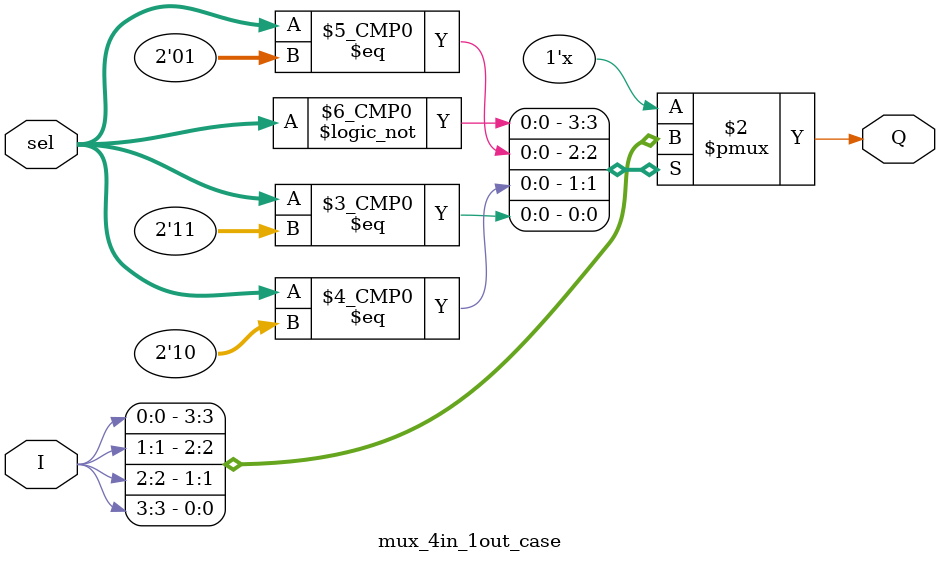
<source format=v>
`timescale 1ns/10ps
module mux_4in_1out_case(
    input  [3:0] I,
    input [1:0] sel,
    output reg Q);
        always @ (sel[1],sel[0],I[0],I[1],I[2],I[3])
            case (sel)
                2'b00 : Q = I[0];
                2'b01 : Q = I[1];
                2'b10 : Q = I[2];
                2'b11 : Q = I[3];
            endcase
endmodule


</source>
